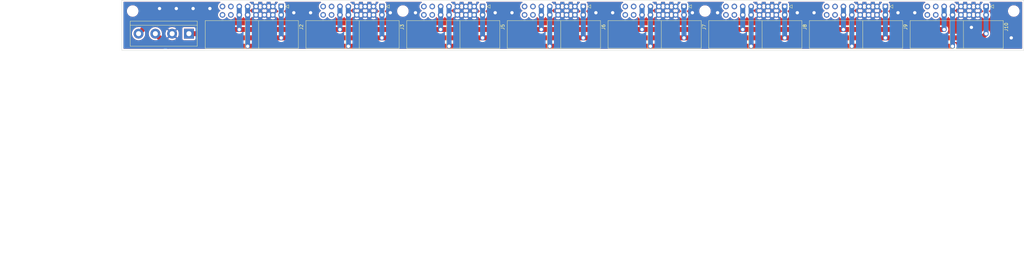
<source format=kicad_pcb>
(kicad_pcb (version 20211014) (generator pcbnew)
  (title_block (title "Eurorack Bus Board Horizontal") (date "2022-11-07") (rev "1") (company "QuadratClown") (comment 1 "Made with focus on shallow skiffs, where each mm additional space matters.") (comment 2 "Minimalist eurorack bus-board with horizontal headers."))
  (layers (0 "F.Cu" signal) (31 "B.Cu" signal) (34 "B.Paste" user) (35 "F.Paste" user) (36 "B.SilkS" user "B.Silkscreen") (37 "F.SilkS" user "F.Silkscreen") (38 "B.Mask" user) (39 "F.Mask" user) (44 "Edge.Cuts" user))
  (net 0 "")
  (net 1 "-12V")
  (net 2 "GND")
  (net 3 "+12V")
  (net 4 "+5V")
  (footprint "MountingHole:MountingHole_2.5mm" (layer "F.Cu") (at 252.73 104.902)
    (fp_text reference "H4" hide)
    (fp_text value "MountingHole" hide)
    (pad "" np_thru_hole circle (at 0 0) (size 2.5 2.5) (drill 2.5) (layers *.Cu *.Mask))
  )
  (footprint "footprints:IDC-Header_2x08_P2.54mm_Horizontal_Quadrat" (layer "F.Cu") (at 215.9 103.5225 -90)
    (fp_text reference "J6" (at 6.215 -6.1 -90) (layer "F.SilkS"))
    (fp_text value "Euro 16-Pin")
    (fp_line (start 4.318 6.858) (end 12.7 6.84) (layer "F.SilkS") (width 0.12))
    (fp_line (start 12.7 22.99) (end 4.27 22.99) (layer "F.SilkS") (width 0.12))
    (fp_line (start 4.27 22.99) (end 4.27 -5.21) (layer "F.SilkS") (width 0.12))
    (fp_line (start 4.318 10.94) (end 12.7 10.94) (layer "F.SilkS") (width 0.12))
    (fp_line (start 4.27 -5.21) (end 12.7 -5.21) (layer "F.SilkS") (width 0.12))
    (fp_line (start 0 -1.27) (end 0.5 -2.27) (layer "F.SilkS") (width 0.12))
    (fp_line (start 0.5 -2.27) (end -0.5 -2.27) (layer "F.SilkS") (width 0.12))
    (fp_line (start -0.5 -2.27) (end 0 -1.27) (layer "F.SilkS") (width 0.12))
    (fp_line (start 12.7 -5.21) (end 12.7 22.99) (layer "F.SilkS") (width 0.12))
    (pad "1" thru_hole roundrect (at 0 0 270) (size 1.7 1.7) (drill 1) (layers *.Cu *.Mask) (roundrect_rratio 0.1470588235) (net 1 "-12V"))
    (pad "2" thru_hole circle (at 2.54 0 270) (size 1.7 1.7) (drill 1) (layers *.Cu *.Mask) (net 1 "-12V"))
    (pad "3" thru_hole circle (at 0 2.54 270) (size 1.7 1.7) (drill 1) (layers *.Cu *.Mask) (net 2 "GND"))
    (pad "4" thru_hole circle (at 2.54 2.54 270) (size 1.7 1.7) (drill 1) (layers *.Cu *.Mask) (net 2 "GND"))
    (pad "5" thru_hole circle (at 0 5.08 270) (size 1.7 1.7) (drill 1) (layers *.Cu *.Mask) (net 2 "GND"))
    (pad "6" thru_hole circle (at 2.54 5.08 270) (size 1.7 1.7) (drill 1) (layers *.Cu *.Mask) (net 2 "GND"))
    (pad "7" thru_hole circle (at 0 7.62 270) (size 1.7 1.7) (drill 1) (layers *.Cu *.Mask) (net 2 "GND"))
    (pad "8" thru_hole circle (at 2.54 7.62 270) (size 1.7 1.7) (drill 1) (layers *.Cu *.Mask) (net 2 "GND"))
    (pad "9" thru_hole circle (at 0 10.16 270) (size 1.7 1.7) (drill 1) (layers *.Cu *.Mask) (net 3 "+12V"))
    (pad "10" thru_hole circle (at 2.54 10.16 270) (size 1.7 1.7) (drill 1) (layers *.Cu *.Mask) (net 3 "+12V"))
    (pad "11" thru_hole circle (at 0 12.7 270) (size 1.7 1.7) (drill 1) (layers *.Cu *.Mask) (net 4 "+5V"))
    (pad "12" thru_hole circle (at 2.54 12.7 270) (size 1.7 1.7) (drill 1) (layers *.Cu *.Mask) (net 4 "+5V"))
    (pad "13" thru_hole circle (at 0 15.24 270) (size 1.7 1.7) (drill 1) (layers *.Cu *.Mask))
    (pad "14" thru_hole circle (at 2.54 15.24 270) (size 1.7 1.7) (drill 1) (layers *.Cu *.Mask))
    (pad "15" thru_hole circle (at 0 17.78 270) (size 1.7 1.7) (drill 1) (layers *.Cu *.Mask))
    (pad "16" thru_hole circle (at 2.54 17.78 270) (size 1.7 1.7) (drill 1) (layers *.Cu *.Mask))
  )
  (footprint "MountingHole:MountingHole_2.5mm" (layer "F.Cu") (at 161.29 104.902)
    (fp_text reference "H3" hide)
    (fp_text value "MountingHole" hide)
    (pad "" np_thru_hole circle (at 0 0) (size 2.5 2.5) (drill 2.5) (layers *.Cu *.Mask))
  )
  (footprint "TerminalBlock:TerminalBlock_bornier-4_P5.08mm" (layer "F.Cu") (at 96.52 111.76 180)
    (fp_text reference "J1" hide)
    (fp_text value "Power In" hide)
    (fp_line (start -2.54 -3.81) (end -2.54 3.81) (layer "F.SilkS") (width 0.12))
    (fp_line (start -2.54 3.81) (end 17.78 3.81) (layer "F.SilkS") (width 0.12))
    (fp_line (start 17.78 3.81) (end 17.78 -3.81) (layer "F.SilkS") (width 0.12))
    (fp_line (start 17.78 2.54) (end -2.54 2.54) (layer "F.SilkS") (width 0.12))
    (fp_line (start -2.54 -3.81) (end 17.78 -3.81) (layer "F.SilkS") (width 0.12))
    (pad "1" thru_hole rect (at 0 0 180) (size 3 3) (drill 1.52) (layers *.Cu *.Mask) (net 1 "-12V"))
    (pad "2" thru_hole circle (at 5.08 0 180) (size 3 3) (drill 1.52) (layers *.Cu *.Mask) (net 2 "GND"))
    (pad "3" thru_hole circle (at 10.16 0 180) (size 3 3) (drill 1.52) (layers *.Cu *.Mask) (net 3 "+12V"))
    (pad "4" thru_hole circle (at 15.24 0 180) (size 3 3) (drill 1.52) (layers *.Cu *.Mask) (net 4 "+5V"))
  )
  (footprint "footprints:IDC-Header_2x08_P2.54mm_Horizontal_Quadrat" (layer "F.Cu") (at 124.46 103.5225 -90)
    (fp_text reference "J2" (at 6.215 -6.1 -90) (layer "F.SilkS"))
    (fp_text value "Euro 16-Pin")
    (fp_line (start 0 -1.27) (end 0.5 -2.27) (layer "F.SilkS") (width 0.12))
    (fp_line (start 12.7 -5.21) (end 12.7 22.99) (layer "F.SilkS") (width 0.12))
    (fp_line (start 4.27 -5.21) (end 12.7 -5.21) (layer "F.SilkS") (width 0.12))
    (fp_line (start 0.5 -2.27) (end -0.5 -2.27) (layer "F.SilkS") (width 0.12))
    (fp_line (start 4.318 10.94) (end 12.7 10.94) (layer "F.SilkS") (width 0.12))
    (fp_line (start 4.27 22.99) (end 4.27 -5.21) (layer "F.SilkS") (width 0.12))
    (fp_line (start 12.7 22.99) (end 4.27 22.99) (layer "F.SilkS") (width 0.12))
    (fp_line (start 4.318 6.858) (end 12.7 6.84) (layer "F.SilkS") (width 0.12))
    (fp_line (start -0.5 -2.27) (end 0 -1.27) (layer "F.SilkS") (width 0.12))
    (pad "1" thru_hole roundrect (at 0 0 270) (size 1.7 1.7) (drill 1) (layers *.Cu *.Mask) (roundrect_rratio 0.1470588235) (net 1 "-12V"))
    (pad "2" thru_hole circle (at 2.54 0 270) (size 1.7 1.7) (drill 1) (layers *.Cu *.Mask) (net 1 "-12V"))
    (pad "3" thru_hole circle (at 0 2.54 270) (size 1.7 1.7) (drill 1) (layers *.Cu *.Mask) (net 2 "GND"))
    (pad "4" thru_hole circle (at 2.54 2.54 270) (size 1.7 1.7) (drill 1) (layers *.Cu *.Mask) (net 2 "GND"))
    (pad "5" thru_hole circle (at 0 5.08 270) (size 1.7 1.7) (drill 1) (layers *.Cu *.Mask) (net 2 "GND"))
    (pad "6" thru_hole circle (at 2.54 5.08 270) (size 1.7 1.7) (drill 1) (layers *.Cu *.Mask) (net 2 "GND"))
    (pad "7" thru_hole circle (at 0 7.62 270) (size 1.7 1.7) (drill 1) (layers *.Cu *.Mask) (net 2 "GND"))
    (pad "8" thru_hole circle (at 2.54 7.62 270) (size 1.7 1.7) (drill 1) (layers *.Cu *.Mask) (net 2 "GND"))
    (pad "9" thru_hole circle (at 0 10.16 270) (size 1.7 1.7) (drill 1) (layers *.Cu *.Mask) (net 3 "+12V"))
    (pad "10" thru_hole circle (at 2.54 10.16 270) (size 1.7 1.7) (drill 1) (layers *.Cu *.Mask) (net 3 "+12V"))
    (pad "11" thru_hole circle (at 0 12.7 270) (size 1.7 1.7) (drill 1) (layers *.Cu *.Mask) (net 4 "+5V"))
    (pad "12" thru_hole circle (at 2.54 12.7 270) (size 1.7 1.7) (drill 1) (layers *.Cu *.Mask) (net 4 "+5V"))
    (pad "13" thru_hole circle (at 0 15.24 270) (size 1.7 1.7) (drill 1) (layers *.Cu *.Mask))
    (pad "14" thru_hole circle (at 2.54 15.24 270) (size 1.7 1.7) (drill 1) (layers *.Cu *.Mask))
    (pad "15" thru_hole circle (at 0 17.78 270) (size 1.7 1.7) (drill 1) (layers *.Cu *.Mask))
    (pad "16" thru_hole circle (at 2.54 17.78 270) (size 1.7 1.7) (drill 1) (layers *.Cu *.Mask))
  )
  (footprint "footprints:IDC-Header_2x08_P2.54mm_Horizontal_Quadrat" (layer "F.Cu") (at 246.38 103.5225 -90)
    (fp_text reference "J7" (at 6.215 -6.1 -90) (layer "F.SilkS"))
    (fp_text value "Euro 16-Pin")
    (fp_line (start 12.7 -5.21) (end 12.7 22.99) (layer "F.SilkS") (width 0.12))
    (fp_line (start 0.5 -2.27) (end -0.5 -2.27) (layer "F.SilkS") (width 0.12))
    (fp_line (start 4.318 10.94) (end 12.7 10.94) (layer "F.SilkS") (width 0.12))
    (fp_line (start 0 -1.27) (end 0.5 -2.27) (layer "F.SilkS") (width 0.12))
    (fp_line (start 4.27 22.99) (end 4.27 -5.21) (layer "F.SilkS") (width 0.12))
    (fp_line (start 4.27 -5.21) (end 12.7 -5.21) (layer "F.SilkS") (width 0.12))
    (fp_line (start -0.5 -2.27) (end 0 -1.27) (layer "F.SilkS") (width 0.12))
    (fp_line (start 12.7 22.99) (end 4.27 22.99) (layer "F.SilkS") (width 0.12))
    (fp_line (start 4.318 6.858) (end 12.7 6.84) (layer "F.SilkS") (width 0.12))
    (pad "1" thru_hole roundrect (at 0 0 270) (size 1.7 1.7) (drill 1) (layers *.Cu *.Mask) (roundrect_rratio 0.1470588235) (net 1 "-12V"))
    (pad "2" thru_hole circle (at 2.54 0 270) (size 1.7 1.7) (drill 1) (layers *.Cu *.Mask) (net 1 "-12V"))
    (pad "3" thru_hole circle (at 0 2.54 270) (size 1.7 1.7) (drill 1) (layers *.Cu *.Mask) (net 2 "GND"))
    (pad "4" thru_hole circle (at 2.54 2.54 270) (size 1.7 1.7) (drill 1) (layers *.Cu *.Mask) (net 2 "GND"))
    (pad "5" thru_hole circle (at 0 5.08 270) (size 1.7 1.7) (drill 1) (layers *.Cu *.Mask) (net 2 "GND"))
    (pad "6" thru_hole circle (at 2.54 5.08 270) (size 1.7 1.7) (drill 1) (layers *.Cu *.Mask) (net 2 "GND"))
    (pad "7" thru_hole circle (at 0 7.62 270) (size 1.7 1.7) (drill 1) (layers *.Cu *.Mask) (net 2 "GND"))
    (pad "8" thru_hole circle (at 2.54 7.62 270) (size 1.7 1.7) (drill 1) (layers *.Cu *.Mask) (net 2 "GND"))
    (pad "9" thru_hole circle (at 0 10.16 270) (size 1.7 1.7) (drill 1) (layers *.Cu *.Mask) (net 3 "+12V"))
    (pad "10" thru_hole circle (at 2.54 10.16 270) (size 1.7 1.7) (drill 1) (layers *.Cu *.Mask) (net 3 "+12V"))
    (pad "11" thru_hole circle (at 0 12.7 270) (size 1.7 1.7) (drill 1) (layers *.Cu *.Mask) (net 4 "+5V"))
    (pad "12" thru_hole circle (at 2.54 12.7 270) (size 1.7 1.7) (drill 1) (layers *.Cu *.Mask) (net 4 "+5V"))
    (pad "13" thru_hole circle (at 0 15.24 270) (size 1.7 1.7) (drill 1) (layers *.Cu *.Mask))
    (pad "14" thru_hole circle (at 2.54 15.24 270) (size 1.7 1.7) (drill 1) (layers *.Cu *.Mask))
    (pad "15" thru_hole circle (at 0 17.78 270) (size 1.7 1.7) (drill 1) (layers *.Cu *.Mask))
    (pad "16" thru_hole circle (at 2.54 17.78 270) (size 1.7 1.7) (drill 1) (layers *.Cu *.Mask))
  )
  (footprint "footprints:IDC-Header_2x08_P2.54mm_Horizontal_Quadrat" (layer "F.Cu") (at 154.94 103.5225 -90)
    (fp_text reference "J3" (at 6.215 -6.1 -90) (layer "F.SilkS"))
    (fp_text value "Euro 16-Pin")
    (fp_line (start 0.5 -2.27) (end -0.5 -2.27) (layer "F.SilkS") (width 0.12))
    (fp_line (start 12.7 22.99) (end 4.27 22.99) (layer "F.SilkS") (width 0.12))
    (fp_line (start 4.318 6.858) (end 12.7 6.84) (layer "F.SilkS") (width 0.12))
    (fp_line (start 4.27 22.99) (end 4.27 -5.21) (layer "F.SilkS") (width 0.12))
    (fp_line (start -0.5 -2.27) (end 0 -1.27) (layer "F.SilkS") (width 0.12))
    (fp_line (start 12.7 -5.21) (end 12.7 22.99) (layer "F.SilkS") (width 0.12))
    (fp_line (start 4.27 -5.21) (end 12.7 -5.21) (layer "F.SilkS") (width 0.12))
    (fp_line (start 4.318 10.94) (end 12.7 10.94) (layer "F.SilkS") (width 0.12))
    (fp_line (start 0 -1.27) (end 0.5 -2.27) (layer "F.SilkS") (width 0.12))
    (pad "1" thru_hole roundrect (at 0 0 270) (size 1.7 1.7) (drill 1) (layers *.Cu *.Mask) (roundrect_rratio 0.1470588235) (net 1 "-12V"))
    (pad "2" thru_hole circle (at 2.54 0 270) (size 1.7 1.7) (drill 1) (layers *.Cu *.Mask) (net 1 "-12V"))
    (pad "3" thru_hole circle (at 0 2.54 270) (size 1.7 1.7) (drill 1) (layers *.Cu *.Mask) (net 2 "GND"))
    (pad "4" thru_hole circle (at 2.54 2.54 270) (size 1.7 1.7) (drill 1) (layers *.Cu *.Mask) (net 2 "GND"))
    (pad "5" thru_hole circle (at 0 5.08 270) (size 1.7 1.7) (drill 1) (layers *.Cu *.Mask) (net 2 "GND"))
    (pad "6" thru_hole circle (at 2.54 5.08 270) (size 1.7 1.7) (drill 1) (layers *.Cu *.Mask) (net 2 "GND"))
    (pad "7" thru_hole circle (at 0 7.62 270) (size 1.7 1.7) (drill 1) (layers *.Cu *.Mask) (net 2 "GND"))
    (pad "8" thru_hole circle (at 2.54 7.62 270) (size 1.7 1.7) (drill 1) (layers *.Cu *.Mask) (net 2 "GND"))
    (pad "9" thru_hole circle (at 0 10.16 270) (size 1.7 1.7) (drill 1) (layers *.Cu *.Mask) (net 3 "+12V"))
    (pad "10" thru_hole circle (at 2.54 10.16 270) (size 1.7 1.7) (drill 1) (layers *.Cu *.Mask) (net 3 "+12V"))
    (pad "11" thru_hole circle (at 0 12.7 270) (size 1.7 1.7) (drill 1) (layers *.Cu *.Mask) (net 4 "+5V"))
    (pad "12" thru_hole circle (at 2.54 12.7 270) (size 1.7 1.7) (drill 1) (layers *.Cu *.Mask) (net 4 "+5V"))
    (pad "13" thru_hole circle (at 0 15.24 270) (size 1.7 1.7) (drill 1) (layers *.Cu *.Mask))
    (pad "14" thru_hole circle (at 2.54 15.24 270) (size 1.7 1.7) (drill 1) (layers *.Cu *.Mask))
    (pad "15" thru_hole circle (at 0 17.78 270) (size 1.7 1.7) (drill 1) (layers *.Cu *.Mask))
    (pad "16" thru_hole circle (at 2.54 17.78 270) (size 1.7 1.7) (drill 1) (layers *.Cu *.Mask))
  )
  (footprint "footprints:IDC-Header_2x08_P2.54mm_Horizontal_Quadrat" (layer "F.Cu") (at 276.86 103.5225 -90)
    (fp_text reference "J8" (at 6.215 -6.1 -90) (layer "F.SilkS"))
    (fp_text value "Euro 16-Pin")
    (fp_line (start 12.7 22.99) (end 4.27 22.99) (layer "F.SilkS") (width 0.12))
    (fp_line (start 4.27 -5.21) (end 12.7 -5.21) (layer "F.SilkS") (width 0.12))
    (fp_line (start 4.318 6.858) (end 12.7 6.84) (layer "F.SilkS") (width 0.12))
    (fp_line (start 4.318 10.94) (end 12.7 10.94) (layer "F.SilkS") (width 0.12))
    (fp_line (start 12.7 -5.21) (end 12.7 22.99) (layer "F.SilkS") (width 0.12))
    (fp_line (start -0.5 -2.27) (end 0 -1.27) (layer "F.SilkS") (width 0.12))
    (fp_line (start 4.27 22.99) (end 4.27 -5.21) (layer "F.SilkS") (width 0.12))
    (fp_line (start 0 -1.27) (end 0.5 -2.27) (layer "F.SilkS") (width 0.12))
    (fp_line (start 0.5 -2.27) (end -0.5 -2.27) (layer "F.SilkS") (width 0.12))
    (pad "1" thru_hole roundrect (at 0 0 270) (size 1.7 1.7) (drill 1) (layers *.Cu *.Mask) (roundrect_rratio 0.1470588235) (net 1 "-12V"))
    (pad "2" thru_hole circle (at 2.54 0 270) (size 1.7 1.7) (drill 1) (layers *.Cu *.Mask) (net 1 "-12V"))
    (pad "3" thru_hole circle (at 0 2.54 270) (size 1.7 1.7) (drill 1) (layers *.Cu *.Mask) (net 2 "GND"))
    (pad "4" thru_hole circle (at 2.54 2.54 270) (size 1.7 1.7) (drill 1) (layers *.Cu *.Mask) (net 2 "GND"))
    (pad "5" thru_hole circle (at 0 5.08 270) (size 1.7 1.7) (drill 1) (layers *.Cu *.Mask) (net 2 "GND"))
    (pad "6" thru_hole circle (at 2.54 5.08 270) (size 1.7 1.7) (drill 1) (layers *.Cu *.Mask) (net 2 "GND"))
    (pad "7" thru_hole circle (at 0 7.62 270) (size 1.7 1.7) (drill 1) (layers *.Cu *.Mask) (net 2 "GND"))
    (pad "8" thru_hole circle (at 2.54 7.62 270) (size 1.7 1.7) (drill 1) (layers *.Cu *.Mask) (net 2 "GND"))
    (pad "9" thru_hole circle (at 0 10.16 270) (size 1.7 1.7) (drill 1) (layers *.Cu *.Mask) (net 3 "+12V"))
    (pad "10" thru_hole circle (at 2.54 10.16 270) (size 1.7 1.7) (drill 1) (layers *.Cu *.Mask) (net 3 "+12V"))
    (pad "11" thru_hole circle (at 0 12.7 270) (size 1.7 1.7) (drill 1) (layers *.Cu *.Mask) (net 4 "+5V"))
    (pad "12" thru_hole circle (at 2.54 12.7 270) (size 1.7 1.7) (drill 1) (layers *.Cu *.Mask) (net 4 "+5V"))
    (pad "13" thru_hole circle (at 0 15.24 270) (size 1.7 1.7) (drill 1) (layers *.Cu *.Mask))
    (pad "14" thru_hole circle (at 2.54 15.24 270) (size 1.7 1.7) (drill 1) (layers *.Cu *.Mask))
    (pad "15" thru_hole circle (at 0 17.78 270) (size 1.7 1.7) (drill 1) (layers *.Cu *.Mask))
    (pad "16" thru_hole circle (at 2.54 17.78 270) (size 1.7 1.7) (drill 1) (layers *.Cu *.Mask))
  )
  (footprint "MountingHole:MountingHole_2.5mm" (layer "F.Cu") (at 346.202 104.902)
    (fp_text reference "H1" hide)
    (fp_text value "MountingHole" hide)
    (pad "" np_thru_hole circle (at 0 0) (size 2.5 2.5) (drill 2.5) (layers *.Cu *.Mask))
  )
  (footprint "footprints:IDC-Header_2x08_P2.54mm_Horizontal_Quadrat" (layer "F.Cu") (at 307.34 103.5225 -90)
    (fp_text reference "J9" (at 6.215 -6.1 -90) (layer "F.SilkS"))
    (fp_text value "Euro 16-Pin")
    (fp_line (start -0.5 -2.27) (end 0 -1.27) (layer "F.SilkS") (width 0.12))
    (fp_line (start 4.318 10.94) (end 12.7 10.94) (layer "F.SilkS") (width 0.12))
    (fp_line (start 12.7 -5.21) (end 12.7 22.99) (layer "F.SilkS") (width 0.12))
    (fp_line (start 4.318 6.858) (end 12.7 6.84) (layer "F.SilkS") (width 0.12))
    (fp_line (start 0 -1.27) (end 0.5 -2.27) (layer "F.SilkS") (width 0.12))
    (fp_line (start 4.27 22.99) (end 4.27 -5.21) (layer "F.SilkS") (width 0.12))
    (fp_line (start 12.7 22.99) (end 4.27 22.99) (layer "F.SilkS") (width 0.12))
    (fp_line (start 0.5 -2.27) (end -0.5 -2.27) (layer "F.SilkS") (width 0.12))
    (fp_line (start 4.27 -5.21) (end 12.7 -5.21) (layer "F.SilkS") (width 0.12))
    (pad "1" thru_hole roundrect (at 0 0 270) (size 1.7 1.7) (drill 1) (layers *.Cu *.Mask) (roundrect_rratio 0.1470588235) (net 1 "-12V"))
    (pad "2" thru_hole circle (at 2.54 0 270) (size 1.7 1.7) (drill 1) (layers *.Cu *.Mask) (net 1 "-12V"))
    (pad "3" thru_hole circle (at 0 2.54 270) (size 1.7 1.7) (drill 1) (layers *.Cu *.Mask) (net 2 "GND"))
    (pad "4" thru_hole circle (at 2.54 2.54 270) (size 1.7 1.7) (drill 1) (layers *.Cu *.Mask) (net 2 "GND"))
    (pad "5" thru_hole circle (at 0 5.08 270) (size 1.7 1.7) (drill 1) (layers *.Cu *.Mask) (net 2 "GND"))
    (pad "6" thru_hole circle (at 2.54 5.08 270) (size 1.7 1.7) (drill 1) (layers *.Cu *.Mask) (net 2 "GND"))
    (pad "7" thru_hole circle (at 0 7.62 270) (size 1.7 1.7) (drill 1) (layers *.Cu *.Mask) (net 2 "GND"))
    (pad "8" thru_hole circle (at 2.54 7.62 270) (size 1.7 1.7) (drill 1) (layers *.Cu *.Mask) (net 2 "GND"))
    (pad "9" thru_hole circle (at 0 10.16 270) (size 1.7 1.7) (drill 1) (layers *.Cu *.Mask) (net 3 "+12V"))
    (pad "10" thru_hole circle (at 2.54 10.16 270) (size 1.7 1.7) (drill 1) (layers *.Cu *.Mask) (net 3 "+12V"))
    (pad "11" thru_hole circle (at 0 12.7 270) (size 1.7 1.7) (drill 1) (layers *.Cu *.Mask) (net 4 "+5V"))
    (pad "12" thru_hole circle (at 2.54 12.7 270) (size 1.7 1.7) (drill 1) (layers *.Cu *.Mask) (net 4 "+5V"))
    (pad "13" thru_hole circle (at 0 15.24 270) (size 1.7 1.7) (drill 1) (layers *.Cu *.Mask))
    (pad "14" thru_hole circle (at 2.54 15.24 270) (size 1.7 1.7) (drill 1) (layers *.Cu *.Mask))
    (pad "15" thru_hole circle (at 0 17.78 270) (size 1.7 1.7) (drill 1) (layers *.Cu *.Mask))
    (pad "16" thru_hole circle (at 2.54 17.78 270) (size 1.7 1.7) (drill 1) (layers *.Cu *.Mask))
  )
  (footprint "footprints:IDC-Header_2x08_P2.54mm_Horizontal_Quadrat" (layer "F.Cu") (at 185.42 103.5225 -90)
    (fp_text reference "J5" (at 6.215 -6.1 -90) (layer "F.SilkS"))
    (fp_text value "Euro 16-Pin")
    (fp_line (start 4.27 22.99) (end 4.27 -5.21) (layer "F.SilkS") (width 0.12))
    (fp_line (start -0.5 -2.27) (end 0 -1.27) (layer "F.SilkS") (width 0.12))
    (fp_line (start 4.318 10.94) (end 12.7 10.94) (layer "F.SilkS") (width 0.12))
    (fp_line (start 12.7 22.99) (end 4.27 22.99) (layer "F.SilkS") (width 0.12))
    (fp_line (start 4.318 6.858) (end 12.7 6.84) (layer "F.SilkS") (width 0.12))
    (fp_line (start 0.5 -2.27) (end -0.5 -2.27) (layer "F.SilkS") (width 0.12))
    (fp_line (start 0 -1.27) (end 0.5 -2.27) (layer "F.SilkS") (width 0.12))
    (fp_line (start 12.7 -5.21) (end 12.7 22.99) (layer "F.SilkS") (width 0.12))
    (fp_line (start 4.27 -5.21) (end 12.7 -5.21) (layer "F.SilkS") (width 0.12))
    (pad "1" thru_hole roundrect (at 0 0 270) (size 1.7 1.7) (drill 1) (layers *.Cu *.Mask) (roundrect_rratio 0.1470588235) (net 1 "-12V"))
    (pad "2" thru_hole circle (at 2.54 0 270) (size 1.7 1.7) (drill 1) (layers *.Cu *.Mask) (net 1 "-12V"))
    (pad "3" thru_hole circle (at 0 2.54 270) (size 1.7 1.7) (drill 1) (layers *.Cu *.Mask) (net 2 "GND"))
    (pad "4" thru_hole circle (at 2.54 2.54 270) (size 1.7 1.7) (drill 1) (layers *.Cu *.Mask) (net 2 "GND"))
    (pad "5" thru_hole circle (at 0 5.08 270) (size 1.7 1.7) (drill 1) (layers *.Cu *.Mask) (net 2 "GND"))
    (pad "6" thru_hole circle (at 2.54 5.08 270) (size 1.7 1.7) (drill 1) (layers *.Cu *.Mask) (net 2 "GND"))
    (pad "7" thru_hole circle (at 0 7.62 270) (size 1.7 1.7) (drill 1) (layers *.Cu *.Mask) (net 2 "GND"))
    (pad "8" thru_hole circle (at 2.54 7.62 270) (size 1.7 1.7) (drill 1) (layers *.Cu *.Mask) (net 2 "GND"))
    (pad "9" thru_hole circle (at 0 10.16 270) (size 1.7 1.7) (drill 1) (layers *.Cu *.Mask) (net 3 "+12V"))
    (pad "10" thru_hole circle (at 2.54 10.16 270) (size 1.7 1.7) (drill 1) (layers *.Cu *.Mask) (net 3 "+12V"))
    (pad "11" thru_hole circle (at 0 12.7 270) (size 1.7 1.7) (drill 1) (layers *.Cu *.Mask) (net 4 "+5V"))
    (pad "12" thru_hole circle (at 2.54 12.7 270) (size 1.7 1.7) (drill 1) (layers *.Cu *.Mask) (net 4 "+5V"))
    (pad "13" thru_hole circle (at 0 15.24 270) (size 1.7 1.7) (drill 1) (layers *.Cu *.Mask))
    (pad "14" thru_hole circle (at 2.54 15.24 270) (size 1.7 1.7) (drill 1) (layers *.Cu *.Mask))
    (pad "15" thru_hole circle (at 0 17.78 270) (size 1.7 1.7) (drill 1) (layers *.Cu *.Mask))
    (pad "16" thru_hole circle (at 2.54 17.78 270) (size 1.7 1.7) (drill 1) (layers *.Cu *.Mask))
  )
  (footprint "MountingHole:MountingHole_2.5mm" (layer "F.Cu") (at 79.502 104.902)
    (fp_text reference "H2" hide)
    (fp_text value "MountingHole" hide)
    (pad "" np_thru_hole circle (at 0 0) (size 2.5 2.5) (drill 2.5) (layers *.Cu *.Mask))
  )
  (footprint "footprints:IDC-Header_2x08_P2.54mm_Horizontal_Quadrat" (layer "F.Cu") (at 337.82 103.5225 -90)
    (fp_text reference "J10" (at 6.215 -6.1 -90) (layer "F.SilkS"))
    (fp_text value "Euro 16-Pin")
    (fp_line (start 4.318 10.94) (end 12.7 10.94) (layer "F.SilkS") (width 0.12))
    (fp_line (start 12.7 -5.21) (end 12.7 22.99) (layer "F.SilkS") (width 0.12))
    (fp_line (start 0.5 -2.27) (end -0.5 -2.27) (layer "F.SilkS") (width 0.12))
    (fp_line (start -0.5 -2.27) (end 0 -1.27) (layer "F.SilkS") (width 0.12))
    (fp_line (start 4.27 22.99) (end 4.27 -5.21) (layer "F.SilkS") (width 0.12))
    (fp_line (start 4.318 6.858) (end 12.7 6.84) (layer "F.SilkS") (width 0.12))
    (fp_line (start 0 -1.27) (end 0.5 -2.27) (layer "F.SilkS") (width 0.12))
    (fp_line (start 12.7 22.99) (end 4.27 22.99) (layer "F.SilkS") (width 0.12))
    (fp_line (start 4.27 -5.21) (end 12.7 -5.21) (layer "F.SilkS") (width 0.12))
    (pad "1" thru_hole roundrect (at 0 0 270) (size 1.7 1.7) (drill 1) (layers *.Cu *.Mask) (roundrect_rratio 0.1470588235) (net 1 "-12V"))
    (pad "2" thru_hole circle (at 2.54 0 270) (size 1.7 1.7) (drill 1) (layers *.Cu *.Mask) (net 1 "-12V"))
    (pad "3" thru_hole circle (at 0 2.54 270) (size 1.7 1.7) (drill 1) (layers *.Cu *.Mask) (net 2 "GND"))
    (pad "4" thru_hole circle (at 2.54 2.54 270) (size 1.7 1.7) (drill 1) (layers *.Cu *.Mask) (net 2 "GND"))
    (pad "5" thru_hole circle (at 0 5.08 270) (size 1.7 1.7) (drill 1) (layers *.Cu *.Mask) (net 2 "GND"))
    (pad "6" thru_hole circle (at 2.54 5.08 270) (size 1.7 1.7) (drill 1) (layers *.Cu *.Mask) (net 2 "GND"))
    (pad "7" thru_hole circle (at 0 7.62 270) (size 1.7 1.7) (drill 1) (layers *.Cu *.Mask) (net 2 "GND"))
    (pad "8" thru_hole circle (at 2.54 7.62 270) (size 1.7 1.7) (drill 1) (layers *.Cu *.Mask) (net 2 "GND"))
    (pad "9" thru_hole circle (at 0 10.16 270) (size 1.7 1.7) (drill 1) (layers *.Cu *.Mask) (net 3 "+12V"))
    (pad "10" thru_hole circle (at 2.54 10.16 270) (size 1.7 1.7) (drill 1) (layers *.Cu *.Mask) (net 3 "+12V"))
    (pad "11" thru_hole circle (at 0 12.7 270) (size 1.7 1.7) (drill 1) (layers *.Cu *.Mask) (net 4 "+5V"))
    (pad "12" thru_hole circle (at 2.54 12.7 270) (size 1.7 1.7) (drill 1) (layers *.Cu *.Mask) (net 4 "+5V"))
    (pad "13" thru_hole circle (at 0 15.24 270) (size 1.7 1.7) (drill 1) (layers *.Cu *.Mask))
    (pad "14" thru_hole circle (at 2.54 15.24 270) (size 1.7 1.7) (drill 1) (layers *.Cu *.Mask))
    (pad "15" thru_hole circle (at 0 17.78 270) (size 1.7 1.7) (drill 1) (layers *.Cu *.Mask))
    (pad "16" thru_hole circle (at 2.54 17.78 270) (size 1.7 1.7) (drill 1) (layers *.Cu *.Mask))
  )
  (gr_rect (start 349.25 101.6) (end 76.2 116.84) (layer "Edge.Cuts") (width 0.1) (fill none))
  (segment (start 101.6 113.03) (end 124.46 113.03) (width 1.5) (layer "F.Cu") (net 1))
  (segment (start 185.42 113.03) (end 215.9 113.03) (width 1.5) (layer "F.Cu") (net 1))
  (segment (start 100.33 111.76) (end 101.6 113.03) (width 1.5) (layer "F.Cu") (net 1))
  (segment (start 246.38 113.03) (end 336.55 113.03) (width 1.5) (layer "F.Cu") (net 1))
  (segment (start 124.46 113.03) (end 154.94 113.03) (width 1.5) (layer "F.Cu") (net 1))
  (segment (start 215.9 113.03) (end 246.38 113.03) (width 1.5) (layer "F.Cu") (net 1))
  (segment (start 96.52 111.76) (end 100.33 111.76) (width 1.5) (layer "F.Cu") (net 1))
  (segment (start 154.94 113.03) (end 185.42 113.03) (width 1.5) (layer "F.Cu") (net 1))
  (segment (start 336.55 113.03) (end 337.82 111.76) (width 1.5) (layer "F.Cu") (net 1))
  (via (at 276.86 113.03) (size 1.5) (drill 1) (layers "F.Cu" "B.Cu") (net 1))
  (via (at 337.82 111.76) (size 1.5) (drill 1) (layers "F.Cu" "B.Cu") (net 1))
  (via (at 215.9 113.03) (size 1.5) (drill 1) (layers "F.Cu" "B.Cu") (net 1))
  (via (at 307.34 113.03) (size 1.5) (drill 1) (layers "F.Cu" "B.Cu") (net 1))
  (via (at 246.38 113.03) (size 1.5) (drill 1) (layers "F.Cu" "B.Cu") (net 1))
  (via (at 185.42 113.03) (size 1.5) (drill 1) (layers "F.Cu" "B.Cu") (net 1))
  (via (at 124.46 113.03) (size 1.5) (drill 1) (layers "F.Cu" "B.Cu") (net 1))
  (via (at 154.94 113.03) (size 1.5) (drill 1) (layers "F.Cu" "B.Cu") (net 1))
  (segment (start 124.46 103.5225) (end 124.46 113.03) (width 1.5) (layer "B.Cu") (net 1))
  (segment (start 185.42 103.5225) (end 185.42 113.03) (width 1.5) (layer "B.Cu") (net 1))
  (segment (start 246.38 103.5225) (end 246.38 113.03) (width 1.5) (layer "B.Cu") (net 1))
  (segment (start 276.86 103.5225) (end 276.86 113.03) (width 1.5) (layer "B.Cu") (net 1))
  (segment (start 154.94 103.5225) (end 154.94 113.03) (width 1.5) (layer "B.Cu") (net 1))
  (segment (start 337.82 103.5225) (end 337.82 111.76) (width 1.5) (layer "B.Cu") (net 1))
  (segment (start 307.34 103.5225) (end 307.34 113.03) (width 1.5) (layer "B.Cu") (net 1))
  (segment (start 215.9 103.5225) (end 215.9 113.03) (width 1.5) (layer "B.Cu") (net 1))
  (via (at 87.63 104.14) (size 1.5) (drill 1) (layers "F.Cu" "B.Cu") (net 2))
  (via (at 333.375 109.855) (size 1.5) (drill 1) (layers "F.Cu" "B.Cu") (net 2))
  (via (at 224.79 105.41) (size 1.5) (drill 1) (layers "F.Cu" "B.Cu") (net 2))
  (via (at 285.75 105.41) (size 1.5) (drill 1) (layers "F.Cu" "B.Cu") (net 2))
  (via (at 311.15 105.41) (size 1.5) (drill 1) (layers "F.Cu" "B.Cu") (net 2))
  (via (at 280.67 105.41) (size 1.5) (drill 1) (layers "F.Cu" "B.Cu") (net 2))
  (via (at 189.23 105.41) (size 1.5) (drill 1) (layers "F.Cu" "B.Cu") (net 2))
  (via (at 133.35 105.41) (size 1.5) (drill 1) (layers "F.Cu" "B.Cu") (net 2))
  (via (at 194.31 105.41) (size 1.5) (drill 1) (layers "F.Cu" "B.Cu") (net 2))
  (via (at 256.54 105.41) (size 1.5) (drill 1) (layers "F.Cu" "B.Cu") (net 2))
  (via (at 345.44 113.03) (size 1.5) (drill 1) (layers "F.Cu" "B.Cu") (net 2))
  (via (at 219.71 105.41) (size 1.5) (drill 1) (layers "F.Cu" "B.Cu") (net 2))
  (via (at 165.1 105.41) (size 1.5) (drill 1) (layers "F.Cu" "B.Cu") (net 2))
  (via (at 102.87 104.14) (size 1.5) (drill 1) (layers "F.Cu" "B.Cu") (net 2))
  (via (at 316.23 105.41) (size 1.5) (drill 1) (layers "F.Cu" "B.Cu") (net 2))
  (via (at 248.92 105.41) (size 1.5) (drill 1) (layers "F.Cu" "B.Cu") (net 2))
  (via (at 128.27 105.41) (size 1.5) (drill 1) (layers "F.Cu" "B.Cu") (net 2))
  (via (at 157.48 105.41) (size 1.5) (drill 1) (layers "F.Cu" "B.Cu") (net 2))
  (via (at 97.79 104.14) (size 1.5) (drill 1) (layers "F.Cu" "B.Cu") (net 2))
  (via (at 92.71 104.14) (size 1.5) (drill 1) (layers "F.Cu" "B.Cu") (net 2))
  (segment (start 175.26 115.57) (end 205.74 115.57) (width 1.5) (layer "F.Cu") (net 3))
  (segment (start 90.17 115.57) (end 114.3 115.57) (width 1.5) (layer "F.Cu") (net 3))
  (segment (start 114.3 115.57) (end 144.78 115.57) (width 1.5) (layer "F.Cu") (net 3))
  (segment (start 266.7 115.57) (end 297.18 115.57) (width 1.5) (layer "F.Cu") (net 3))
  (segment (start 144.78 115.57) (end 175.26 115.57) (width 1.5) (layer "F.Cu") (net 3))
  (segment (start 297.18 115.57) (end 327.66 115.57) (width 1.5) (layer "F.Cu") (net 3))
  (segment (start 236.22 115.57) (end 266.7 115.57) (width 1.5) (layer "F.Cu") (net 3))
  (segment (start 205.74 115.57) (end 236.22 115.57) (width 1.5) (layer "F.Cu") (net 3))
  (segment (start 86.36 111.76) (end 90.17 115.57) (width 1.5) (layer "F.Cu") (net 3))
  (via (at 114.3 115.57) (size 1.5) (drill 1) (layers "F.Cu" "B.Cu") (net 3))
  (via (at 266.7 115.57) (size 1.5) (drill 1) (layers "F.Cu" "B.Cu") (net 3))
  (via (at 205.74 115.57) (size 1.5) (drill 1) (layers "F.Cu" "B.Cu") (net 3))
  (via (at 236.22 115.57) (size 1.5) (drill 1) (layers "F.Cu" "B.Cu") (net 3))
  (via (at 144.78 115.57) (size 1.5) (drill 1) (layers "F.Cu" "B.Cu") (net 3))
  (via (at 327.66 115.57) (size 1.5) (drill 1) (layers "F.Cu" "B.Cu") (net 3))
  (via (at 175.26 115.57) (size 1.5) (drill 1) (layers "F.Cu" "B.Cu") (net 3))
  (via (at 297.18 115.57) (size 1.5) (drill 1) (layers "F.Cu" "B.Cu") (net 3))
  (segment (start 205.74 103.5225) (end 205.74 115.57) (width 1.5) (layer "B.Cu") (net 3))
  (segment (start 144.78 103.5225) (end 144.78 115.57) (width 1.5) (layer "B.Cu") (net 3))
  (segment (start 114.3 103.5225) (end 114.3 115.57) (width 1.5) (layer "B.Cu") (net 3))
  (segment (start 327.66 103.5225) (end 327.66 115.57) (width 1.5) (layer "B.Cu") (net 3))
  (segment (start 297.18 103.5225) (end 297.18 115.57) (width 1.5) (layer "B.Cu") (net 3))
  (segment (start 175.26 103.5225) (end 175.26 115.57) (width 1.5) (layer "B.Cu") (net 3))
  (segment (start 266.7 103.5225) (end 266.7 115.57) (width 1.5) (layer "B.Cu") (net 3))
  (segment (start 236.22 103.5225) (end 236.22 115.57) (width 1.5) (layer "B.Cu") (net 3))
  (segment (start 172.72 110.49) (end 203.2 110.49) (width 1.5) (layer "F.Cu") (net 4))
  (segment (start 104.14 110.49) (end 111.76 110.49) (width 1.5) (layer "F.Cu") (net 4))
  (segment (start 81.28 111.76) (end 85.09 107.95) (width 1.5) (layer "F.Cu") (net 4))
  (segment (start 100.33 107.95) (end 101.6 107.95) (width 1.5) (layer "F.Cu") (net 4))
  (segment (start 233.68 110.49) (end 264.16 110.49) (width 1.5) (layer "F.Cu") (net 4))
  (segment (start 264.16 110.49) (end 294.64 110.49) (width 1.5) (layer "F.Cu") (net 4))
  (segment (start 111.76 110.49) (end 142.24 110.49) (width 1.5) (layer "F.Cu") (net 4))
  (segment (start 203.2 110.49) (end 233.68 110.49) (width 1.5) (layer "F.Cu") (net 4))
  (segment (start 85.09 107.95) (end 100.33 107.95) (width 1.5) (layer "F.Cu") (net 4))
  (segment (start 142.24 110.49) (end 172.72 110.49) (width 1.5) (layer "F.Cu") (net 4))
  (segment (start 294.64 110.49) (end 325.12 110.49) (width 1.5) (layer "F.Cu") (net 4))
  (segment (start 101.6 107.95) (end 104.14 110.49) (width 1.5) (layer "F.Cu") (net 4))
  (via (at 111.76 110.49) (size 1.5) (drill 1) (layers "F.Cu" "B.Cu") (net 4))
  (via (at 233.68 110.49) (size 1.5) (drill 1) (layers "F.Cu" "B.Cu") (net 4))
  (via (at 325.12 110.49) (size 1.5) (drill 1) (layers "F.Cu" "B.Cu") (net 4))
  (via (at 264.16 110.49) (size 1.5) (drill 1) (layers "F.Cu" "B.Cu") (net 4))
  (via (at 294.64 110.49) (size 1.5) (drill 1) (layers "F.Cu" "B.Cu") (net 4))
  (via (at 203.2 110.49) (size 1.5) (drill 1) (layers "F.Cu" "B.Cu") (net 4))
  (via (at 142.24 110.49) (size 1.5) (drill 1) (layers "F.Cu" "B.Cu") (net 4))
  (via (at 172.72 110.49) (size 1.5) (drill 1) (layers "F.Cu" "B.Cu") (net 4))
  (segment (start 264.16 103.5225) (end 264.16 110.49) (width 1.5) (layer "B.Cu") (net 4))
  (segment (start 233.68 103.5225) (end 233.68 110.49) (width 1.5) (layer "B.Cu") (net 4))
  (segment (start 294.64 103.5225) (end 294.64 110.49) (width 1.5) (layer "B.Cu") (net 4))
  (segment (start 111.76 103.5225) (end 111.76 110.49) (width 1.5) (layer "B.Cu") (net 4))
  (segment (start 172.72 103.5225) (end 172.72 110.49) (width 1.5) (layer "B.Cu") (net 4))
  (segment (start 142.24 103.5225) (end 142.24 110.49) (width 1.5) (layer "B.Cu") (net 4))
  (segment (start 203.2 103.5225) (end 203.2 110.49) (width 1.5) (layer "B.Cu") (net 4))
  (segment (start 325.12 103.5225) (end 325.12 110.49) (width 1.5) (layer "B.Cu") (net 4))
  (zone (net 2) (net_name "GND") (layer "F.Cu") (connect_pads (clearance 0.508)) (min_thickness 0.254) (fill yes (thermal_gap 0.508) (thermal_bridge_width 0.508))
    (polygon (pts (xy 349.25 116.84) (xy 76.2 116.84) (xy 76.2 101.6) (xy 349.25 101.6)))
  )
  (zone (net 2) (net_name "GND") (layer "B.Cu") (connect_pads (clearance 0.508)) (min_thickness 0.254) (fill yes (thermal_gap 0.508) (thermal_bridge_width 0.508))
    (polygon (pts (xy 349.25 116.84) (xy 76.2 116.84) (xy 76.2 101.6) (xy 349.25 101.6)))
  )
)
</source>
